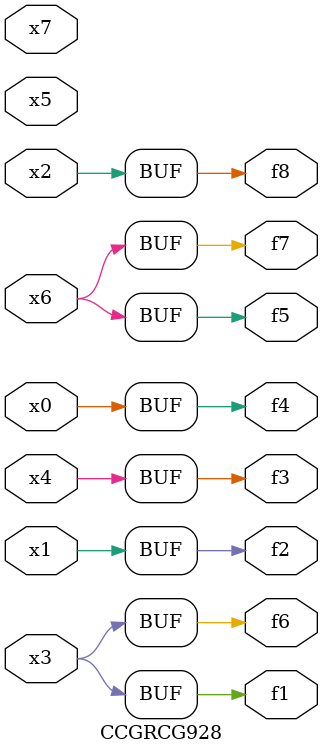
<source format=v>
module CCGRCG928(
	input x0, x1, x2, x3, x4, x5, x6, x7,
	output f1, f2, f3, f4, f5, f6, f7, f8
);
	assign f1 = x3;
	assign f2 = x1;
	assign f3 = x4;
	assign f4 = x0;
	assign f5 = x6;
	assign f6 = x3;
	assign f7 = x6;
	assign f8 = x2;
endmodule

</source>
